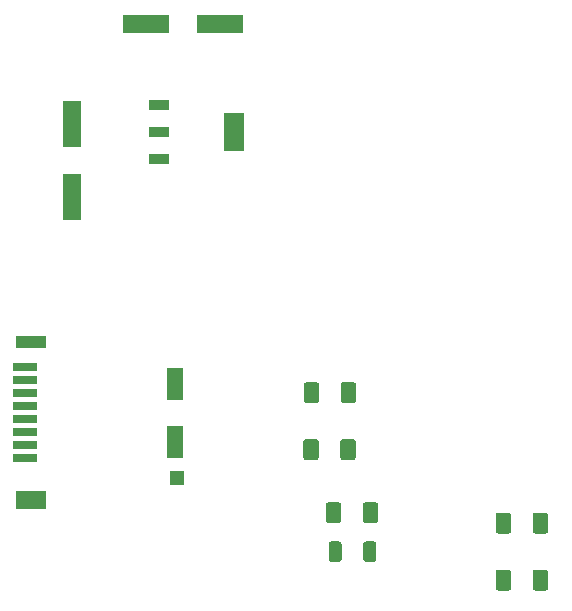
<source format=gbr>
%TF.GenerationSoftware,KiCad,Pcbnew,(5.1.12)-1*%
%TF.CreationDate,2021-12-15T12:49:01+01:00*%
%TF.ProjectId,HorseFOT_thomas_v1,486f7273-6546-44f5-945f-74686f6d6173,rev?*%
%TF.SameCoordinates,Original*%
%TF.FileFunction,Paste,Top*%
%TF.FilePolarity,Positive*%
%FSLAX46Y46*%
G04 Gerber Fmt 4.6, Leading zero omitted, Abs format (unit mm)*
G04 Created by KiCad (PCBNEW (5.1.12)-1) date 2021-12-15 12:49:01*
%MOMM*%
%LPD*%
G01*
G04 APERTURE LIST*
%ADD10R,1.200000X1.200000*%
%ADD11R,1.400000X2.700000*%
%ADD12R,2.600000X1.500000*%
%ADD13R,2.600000X1.000000*%
%ADD14R,2.000000X0.700000*%
%ADD15R,1.750000X3.200000*%
%ADD16R,1.750000X0.950000*%
%ADD17R,1.600000X4.000000*%
%ADD18R,4.000000X1.600000*%
G04 APERTURE END LIST*
D10*
%TO.C,J2*%
X148309000Y-93931000D03*
D11*
X148209000Y-90881000D03*
X148209000Y-85981000D03*
D12*
X136009000Y-95831000D03*
D13*
X136009000Y-82481000D03*
D14*
X135509000Y-84581000D03*
X135509000Y-85681000D03*
X135509000Y-86781000D03*
X135509000Y-87881000D03*
X135509000Y-88981000D03*
X135509000Y-90081000D03*
X135509000Y-91181000D03*
X135509000Y-92281000D03*
%TD*%
D15*
%TO.C,U2*%
X153137000Y-64643000D03*
D16*
X146837000Y-66943000D03*
X146837000Y-64643000D03*
X146837000Y-62343000D03*
%TD*%
%TO.C,R7*%
G36*
G01*
X164095000Y-100828002D02*
X164095000Y-99577998D01*
G75*
G02*
X164344998Y-99328000I249998J0D01*
G01*
X164970002Y-99328000D01*
G75*
G02*
X165220000Y-99577998I0J-249998D01*
G01*
X165220000Y-100828002D01*
G75*
G02*
X164970002Y-101078000I-249998J0D01*
G01*
X164344998Y-101078000D01*
G75*
G02*
X164095000Y-100828002I0J249998D01*
G01*
G37*
G36*
G01*
X161170000Y-100828002D02*
X161170000Y-99577998D01*
G75*
G02*
X161419998Y-99328000I249998J0D01*
G01*
X162045002Y-99328000D01*
G75*
G02*
X162295000Y-99577998I0J-249998D01*
G01*
X162295000Y-100828002D01*
G75*
G02*
X162045002Y-101078000I-249998J0D01*
G01*
X161419998Y-101078000D01*
G75*
G02*
X161170000Y-100828002I0J249998D01*
G01*
G37*
%TD*%
%TO.C,C22*%
G36*
G01*
X160351500Y-90916998D02*
X160351500Y-92217002D01*
G75*
G02*
X160101502Y-92467000I-249998J0D01*
G01*
X159276498Y-92467000D01*
G75*
G02*
X159026500Y-92217002I0J249998D01*
G01*
X159026500Y-90916998D01*
G75*
G02*
X159276498Y-90667000I249998J0D01*
G01*
X160101502Y-90667000D01*
G75*
G02*
X160351500Y-90916998I0J-249998D01*
G01*
G37*
G36*
G01*
X163476500Y-90916998D02*
X163476500Y-92217002D01*
G75*
G02*
X163226502Y-92467000I-249998J0D01*
G01*
X162401498Y-92467000D01*
G75*
G02*
X162151500Y-92217002I0J249998D01*
G01*
X162151500Y-90916998D01*
G75*
G02*
X162401498Y-90667000I249998J0D01*
G01*
X163226502Y-90667000D01*
G75*
G02*
X163476500Y-90916998I0J-249998D01*
G01*
G37*
%TD*%
%TO.C,C19*%
G36*
G01*
X160390000Y-86090998D02*
X160390000Y-87391002D01*
G75*
G02*
X160140002Y-87641000I-249998J0D01*
G01*
X159314998Y-87641000D01*
G75*
G02*
X159065000Y-87391002I0J249998D01*
G01*
X159065000Y-86090998D01*
G75*
G02*
X159314998Y-85841000I249998J0D01*
G01*
X160140002Y-85841000D01*
G75*
G02*
X160390000Y-86090998I0J-249998D01*
G01*
G37*
G36*
G01*
X163515000Y-86090998D02*
X163515000Y-87391002D01*
G75*
G02*
X163265002Y-87641000I-249998J0D01*
G01*
X162439998Y-87641000D01*
G75*
G02*
X162190000Y-87391002I0J249998D01*
G01*
X162190000Y-86090998D01*
G75*
G02*
X162439998Y-85841000I249998J0D01*
G01*
X163265002Y-85841000D01*
G75*
G02*
X163515000Y-86090998I0J-249998D01*
G01*
G37*
%TD*%
%TO.C,C18*%
G36*
G01*
X176646000Y-97139998D02*
X176646000Y-98440002D01*
G75*
G02*
X176396002Y-98690000I-249998J0D01*
G01*
X175570998Y-98690000D01*
G75*
G02*
X175321000Y-98440002I0J249998D01*
G01*
X175321000Y-97139998D01*
G75*
G02*
X175570998Y-96890000I249998J0D01*
G01*
X176396002Y-96890000D01*
G75*
G02*
X176646000Y-97139998I0J-249998D01*
G01*
G37*
G36*
G01*
X179771000Y-97139998D02*
X179771000Y-98440002D01*
G75*
G02*
X179521002Y-98690000I-249998J0D01*
G01*
X178695998Y-98690000D01*
G75*
G02*
X178446000Y-98440002I0J249998D01*
G01*
X178446000Y-97139998D01*
G75*
G02*
X178695998Y-96890000I249998J0D01*
G01*
X179521002Y-96890000D01*
G75*
G02*
X179771000Y-97139998I0J-249998D01*
G01*
G37*
%TD*%
%TO.C,C17*%
G36*
G01*
X176646000Y-101965998D02*
X176646000Y-103266002D01*
G75*
G02*
X176396002Y-103516000I-249998J0D01*
G01*
X175570998Y-103516000D01*
G75*
G02*
X175321000Y-103266002I0J249998D01*
G01*
X175321000Y-101965998D01*
G75*
G02*
X175570998Y-101716000I249998J0D01*
G01*
X176396002Y-101716000D01*
G75*
G02*
X176646000Y-101965998I0J-249998D01*
G01*
G37*
G36*
G01*
X179771000Y-101965998D02*
X179771000Y-103266002D01*
G75*
G02*
X179521002Y-103516000I-249998J0D01*
G01*
X178695998Y-103516000D01*
G75*
G02*
X178446000Y-103266002I0J249998D01*
G01*
X178446000Y-101965998D01*
G75*
G02*
X178695998Y-101716000I249998J0D01*
G01*
X179521002Y-101716000D01*
G75*
G02*
X179771000Y-101965998I0J-249998D01*
G01*
G37*
%TD*%
%TO.C,C13*%
G36*
G01*
X164056500Y-97551002D02*
X164056500Y-96250998D01*
G75*
G02*
X164306498Y-96001000I249998J0D01*
G01*
X165131502Y-96001000D01*
G75*
G02*
X165381500Y-96250998I0J-249998D01*
G01*
X165381500Y-97551002D01*
G75*
G02*
X165131502Y-97801000I-249998J0D01*
G01*
X164306498Y-97801000D01*
G75*
G02*
X164056500Y-97551002I0J249998D01*
G01*
G37*
G36*
G01*
X160931500Y-97551002D02*
X160931500Y-96250998D01*
G75*
G02*
X161181498Y-96001000I249998J0D01*
G01*
X162006502Y-96001000D01*
G75*
G02*
X162256500Y-96250998I0J-249998D01*
G01*
X162256500Y-97551002D01*
G75*
G02*
X162006502Y-97801000I-249998J0D01*
G01*
X161181498Y-97801000D01*
G75*
G02*
X160931500Y-97551002I0J249998D01*
G01*
G37*
%TD*%
D17*
%TO.C,C8*%
X139446000Y-70156000D03*
X139446000Y-63956000D03*
%TD*%
D18*
%TO.C,C5*%
X151944000Y-55499000D03*
X145744000Y-55499000D03*
%TD*%
M02*

</source>
